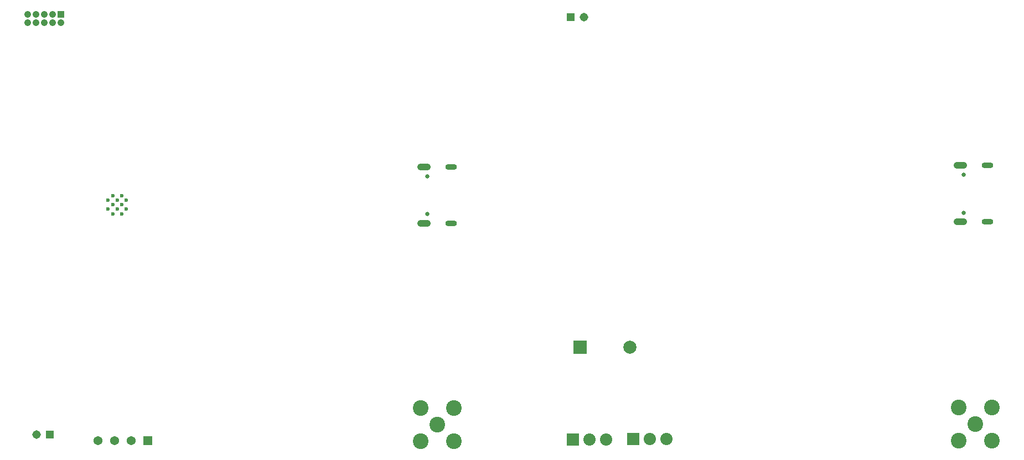
<source format=gbr>
%TF.GenerationSoftware,KiCad,Pcbnew,9.0.0*%
%TF.CreationDate,2025-09-24T11:45:30+09:00*%
%TF.ProjectId,FLP_PCB_set,464c505f-5043-4425-9f73-65742e6b6963,rev?*%
%TF.SameCoordinates,Original*%
%TF.FileFunction,Soldermask,Bot*%
%TF.FilePolarity,Negative*%
%FSLAX46Y46*%
G04 Gerber Fmt 4.6, Leading zero omitted, Abs format (unit mm)*
G04 Created by KiCad (PCBNEW 9.0.0) date 2025-09-24 11:45:30*
%MOMM*%
%LPD*%
G01*
G04 APERTURE LIST*
%ADD10R,1.308000X1.308000*%
%ADD11C,1.308000*%
%ADD12C,0.650000*%
%ADD13O,2.100000X1.050000*%
%ADD14O,1.800000X0.900000*%
%ADD15C,2.400000*%
%ADD16C,0.600000*%
%ADD17R,1.875000X1.875000*%
%ADD18C,1.875000*%
%ADD19R,1.370000X1.370000*%
%ADD20C,1.370000*%
%ADD21R,2.000000X2.000000*%
%ADD22C,2.000000*%
%ADD23R,1.050000X1.050000*%
%ADD24C,1.050000*%
G04 APERTURE END LIST*
D10*
%TO.C,J7*%
X125090000Y-32490000D03*
D11*
X127090000Y-32490000D03*
%TD*%
D12*
%TO.C,J6*%
X185200000Y-62420000D03*
X185200000Y-56640000D03*
D13*
X184700000Y-63850000D03*
X184700000Y-55210000D03*
D14*
X188880000Y-63850000D03*
X188880000Y-55210000D03*
%TD*%
D15*
%TO.C,J5*%
X104660000Y-94890000D03*
X107200000Y-97430000D03*
X107200000Y-92350000D03*
X102120000Y-92350000D03*
X102120000Y-97430000D03*
%TD*%
%TO.C,J8*%
X187000000Y-94790000D03*
X189540000Y-97330000D03*
X189540000Y-92250000D03*
X184460000Y-92250000D03*
X184460000Y-97330000D03*
%TD*%
D12*
%TO.C,J4*%
X103130000Y-62670000D03*
X103130000Y-56890000D03*
D13*
X102630000Y-64100000D03*
X102630000Y-55460000D03*
D14*
X106810000Y-64100000D03*
X106810000Y-55460000D03*
%TD*%
D16*
%TO.C,U2*%
X55030000Y-62600000D03*
X56430000Y-62600000D03*
X54330000Y-61900000D03*
X55730000Y-61900000D03*
X57130000Y-61900000D03*
X55030000Y-61200000D03*
X56430000Y-61200000D03*
X54330000Y-60500000D03*
X55730000Y-60500000D03*
X57130000Y-60500000D03*
X55030000Y-59800000D03*
X56430000Y-59800000D03*
%TD*%
D17*
%TO.C,J9*%
X134629250Y-97070750D03*
D18*
X137169250Y-97070750D03*
X139709250Y-97070750D03*
%TD*%
D19*
%TO.C,J2*%
X60400000Y-97370000D03*
D20*
X57860000Y-97370000D03*
X55320000Y-97370000D03*
X52780000Y-97370000D03*
%TD*%
D10*
%TO.C,J3*%
X45380000Y-96450000D03*
D11*
X43380000Y-96450000D03*
%TD*%
D21*
%TO.C,BZ1*%
X126530000Y-83030000D03*
D22*
X134130000Y-83030000D03*
%TD*%
D17*
%TO.C,J10*%
X125456750Y-97140750D03*
D18*
X127996750Y-97140750D03*
X130536750Y-97140750D03*
%TD*%
D23*
%TO.C,J1*%
X47130000Y-32090000D03*
D24*
X47130000Y-33360000D03*
X45860000Y-32090000D03*
X45860000Y-33360000D03*
X44590000Y-32090000D03*
X44590000Y-33360000D03*
X43320000Y-32090000D03*
X43320000Y-33360000D03*
X42050000Y-32090000D03*
X42050000Y-33360000D03*
%TD*%
M02*

</source>
